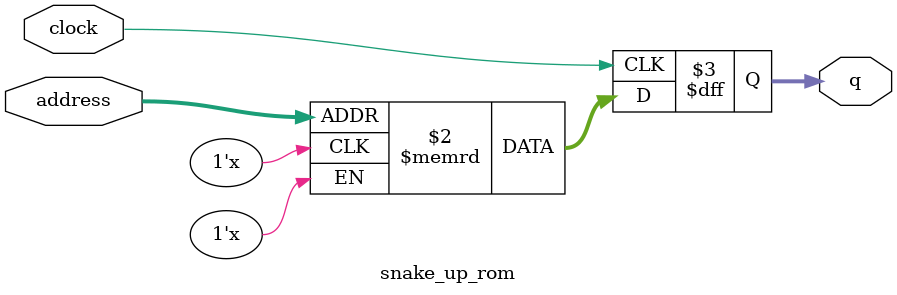
<source format=sv>
module snake_up_rom (
	input logic clock,
	input logic [9:0] address,
	output logic [3:0] q
);

logic [3:0] memory [0:944] /* synthesis ram_init_file = "./snake_up.mif" */;

always_ff @ (posedge clock) begin
	q <= memory[address];
end

endmodule

</source>
